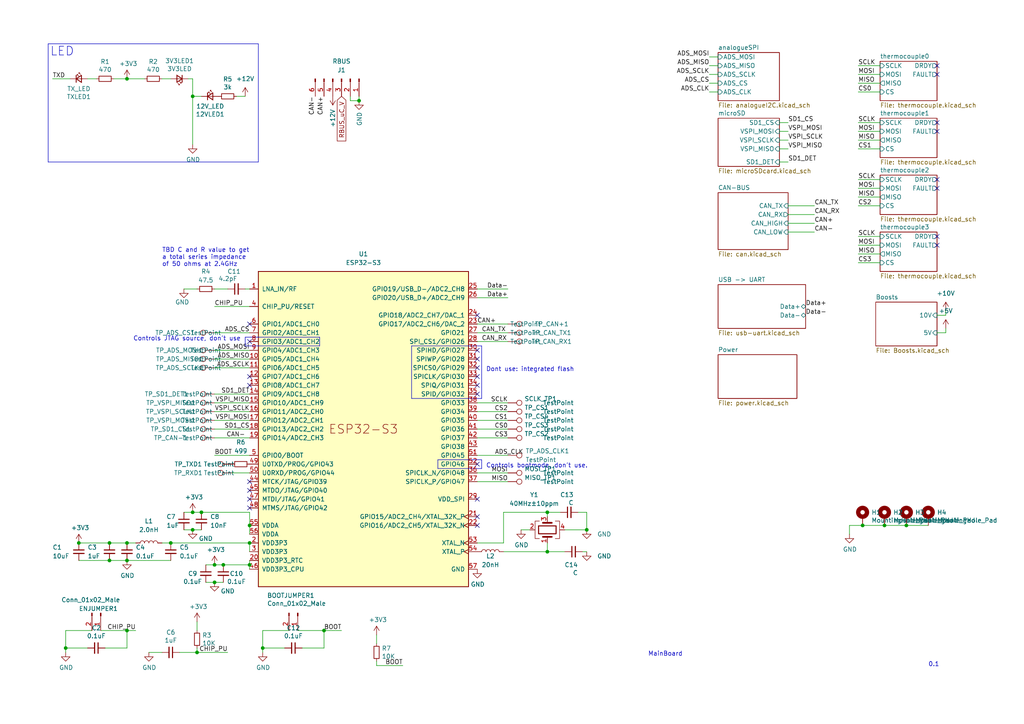
<source format=kicad_sch>
(kicad_sch (version 20230121) (generator eeschema)
  (paper "A4")
  (lib_symbols
    (symbol "Connector:Conn_01x02_Male" (pin_names (offset 1.016) hide)
      (property "Reference" "J" (at 0 2.54 0))
      (property "Value" "Conn_01x02_Male" (at 0 -5.08 0))
      (symbol "Conn_01x02_Male_1_1"
        (polyline (pts (xy 1.27 -2.54) (xy 0.8636 -2.54)) (stroke (width 0.1524)))
        (polyline (pts (xy 1.27 0) (xy 0.8636 0)) (stroke (width 0.1524)))
        (rectangle (start 0.8636 -2.413) (end 0 -2.667) (stroke (width 0.1524)) (fill (type outline)))
        (rectangle (start 0.8636 0.127) (end 0 -0.127) (stroke (width 0.1524)) (fill (type outline)))
        (pin passive line (at 5.08 0 180) (length 3.81) (name "Pin_1") (number "1"))
        (pin passive line (at 5.08 -2.54 180) (length 3.81) (name "Pin_2") (number "2"))
      )
    )
    (symbol "Connector:Conn_01x06_Male" (pin_names (offset 1.016) hide)
      (property "Reference" "J" (at 0 7.62 0))
      (property "Value" "Conn_01x06_Male" (at 0 -10.16 0))
      (symbol "Conn_01x06_Male_1_1"
        (polyline (pts (xy 1.27 -7.62) (xy 0.8636 -7.62)) (stroke (width 0.1524)))
        (polyline (pts (xy 1.27 -5.08) (xy 0.8636 -5.08)) (stroke (width 0.1524)))
        (polyline (pts (xy 1.27 -2.54) (xy 0.8636 -2.54)) (stroke (width 0.1524)))
        (polyline (pts (xy 1.27 0) (xy 0.8636 0)) (stroke (width 0.1524)))
        (polyline (pts (xy 1.27 2.54) (xy 0.8636 2.54)) (stroke (width 0.1524)))
        (polyline (pts (xy 1.27 5.08) (xy 0.8636 5.08)) (stroke (width 0.1524)))
        (rectangle (start 0.8636 -7.493) (end 0 -7.747) (stroke (width 0.1524)) (fill (type outline)))
        (rectangle (start 0.8636 -4.953) (end 0 -5.207) (stroke (width 0.1524)) (fill (type outline)))
        (rectangle (start 0.8636 -2.413) (end 0 -2.667) (stroke (width 0.1524)) (fill (type outline)))
        (rectangle (start 0.8636 0.127) (end 0 -0.127) (stroke (width 0.1524)) (fill (type outline)))
        (rectangle (start 0.8636 2.667) (end 0 2.413) (stroke (width 0.1524)) (fill (type outline)))
        (rectangle (start 0.8636 5.207) (end 0 4.953) (stroke (width 0.1524)) (fill (type outline)))
        (pin passive line (at 5.08 5.08 180) (length 3.81) (name "Pin_1") (number "1"))
        (pin passive line (at 5.08 2.54 180) (length 3.81) (name "Pin_2") (number "2"))
        (pin passive line (at 5.08 0 180) (length 3.81) (name "Pin_3") (number "3"))
        (pin passive line (at 5.08 -2.54 180) (length 3.81) (name "Pin_4") (number "4"))
        (pin passive line (at 5.08 -5.08 180) (length 3.81) (name "Pin_5") (number "5"))
        (pin passive line (at 5.08 -7.62 180) (length 3.81) (name "Pin_6") (number "6"))
      )
    )
    (symbol "Connector:TestPoint" (pin_numbers hide) (pin_names (offset 0.762) hide)
      (property "Reference" "TP" (at 0 6.858 0))
      (property "Value" "TestPoint" (at 0 5.08 0))
      (symbol "TestPoint_0_1"
        (circle (center 0 3.302) (radius 0.762))
      )
      (symbol "TestPoint_1_1"
        (pin passive line (at 0 0 90) (length 2.54) (name "1") (number "1"))
      )
    )
    (symbol "Device:C_Small" (pin_numbers hide) (pin_names (offset 0.254) hide)
      (property "Reference" "C" (at 0.254 1.778 0))
      (property "Value" "C_Small" (at 0.254 -2.032 0))
      (symbol "C_Small_0_1"
        (polyline (pts (xy -1.524 -0.508) (xy 1.524 -0.508)) (stroke (width 0.3302)))
        (polyline (pts (xy -1.524 0.508) (xy 1.524 0.508)) (stroke (width 0.3048)))
      )
      (symbol "C_Small_1_1"
        (pin passive line (at 0 2.54 270) (length 2.032) (name "~") (number "1"))
        (pin passive line (at 0 -2.54 90) (length 2.032) (name "~") (number "2"))
      )
    )
    (symbol "Device:Crystal_GND24" (pin_names (offset 1.016) hide)
      (property "Reference" "Y" (at 3.175 5.08 0))
      (property "Value" "Crystal_GND24" (at 3.175 3.175 0))
      (symbol "Crystal_GND24_0_1"
        (rectangle (start -1.143 2.54) (end 1.143 -2.54) (stroke (width 0.3048)))
        (polyline (pts (xy -2.54 0) (xy -2.032 0)))
        (polyline (pts (xy -2.032 -1.27) (xy -2.032 1.27)) (stroke (width 0.508)))
        (polyline (pts (xy 0 -3.81) (xy 0 -3.556)))
        (polyline (pts (xy 0 3.556) (xy 0 3.81)))
        (polyline (pts (xy 2.032 -1.27) (xy 2.032 1.27)) (stroke (width 0.508)))
        (polyline (pts (xy 2.032 0) (xy 2.54 0)))
        (polyline (pts (xy -2.54 -2.286) (xy -2.54 -3.556) (xy 2.54 -3.556) (xy 2.54 -2.286)))
        (polyline (pts (xy -2.54 2.286) (xy -2.54 3.556) (xy 2.54 3.556) (xy 2.54 2.286)))
      )
      (symbol "Crystal_GND24_1_1"
        (pin passive line (at -3.81 0 0) (length 1.27) (name "1") (number "1"))
        (pin passive line (at 0 5.08 270) (length 1.27) (name "2") (number "2"))
        (pin passive line (at 3.81 0 180) (length 1.27) (name "3") (number "3"))
        (pin passive line (at 0 -5.08 90) (length 1.27) (name "4") (number "4"))
      )
    )
    (symbol "Device:L" (pin_numbers hide) (pin_names (offset 1.016) hide)
      (property "Reference" "L" (at -1.27 0 90))
      (property "Value" "L" (at 1.905 0 90))
      (symbol "L_0_1"
        (arc (start 0 -2.54) (mid 0.6323 -1.905) (end 0 -1.27))
        (arc (start 0 -1.27) (mid 0.6323 -0.635) (end 0 0))
        (arc (start 0 0) (mid 0.6323 0.635) (end 0 1.27))
        (arc (start 0 1.27) (mid 0.6323 1.905) (end 0 2.54))
      )
      (symbol "L_1_1"
        (pin passive line (at 0 3.81 270) (length 1.27) (name "1") (number "1"))
        (pin passive line (at 0 -3.81 90) (length 1.27) (name "2") (number "2"))
      )
    )
    (symbol "Device:LED_Small" (pin_numbers hide) (pin_names (offset 0.254) hide)
      (property "Reference" "D" (at -1.27 3.175 0))
      (property "Value" "LED_Small" (at -4.445 -2.54 0))
      (symbol "LED_Small_0_1"
        (polyline (pts (xy -0.762 -1.016) (xy -0.762 1.016)) (stroke (width 0.254)))
        (polyline (pts (xy 1.016 0) (xy -0.762 0)))
        (polyline (pts (xy 0.762 -1.016) (xy -0.762 0) (xy 0.762 1.016) (xy 0.762 -1.016)) (stroke (width 0.254)))
        (polyline (pts (xy 0 0.762) (xy -0.508 1.27) (xy -0.254 1.27) (xy -0.508 1.27) (xy -0.508 1.016)))
        (polyline (pts (xy 0.508 1.27) (xy 0 1.778) (xy 0.254 1.778) (xy 0 1.778) (xy 0 1.524)))
      )
      (symbol "LED_Small_1_1"
        (pin passive line (at -2.54 0 0) (length 1.778) (name "K") (number "1"))
        (pin passive line (at 2.54 0 180) (length 1.778) (name "A") (number "2"))
      )
    )
    (symbol "Device:R_Small" (pin_numbers hide) (pin_names (offset 0.254) hide)
      (property "Reference" "R" (at 0.762 0.508 0))
      (property "Value" "R_Small" (at 0.762 -1.016 0))
      (symbol "R_Small_0_1"
        (rectangle (start -0.762 1.778) (end 0.762 -1.778) (stroke (width 0.2032)))
      )
      (symbol "R_Small_1_1"
        (pin passive line (at 0 2.54 270) (length 0.762) (name "~") (number "1"))
        (pin passive line (at 0 -2.54 90) (length 0.762) (name "~") (number "2"))
      )
    )
    (symbol "Espressif:ESP32-S3" (pin_names (offset 1.016))
      (property "Reference" "U" (at 0 48.26 0))
      (property "Value" "ESP32-S3" (at 0 -48.26 0))
      (symbol "ESP32-S3_0_0"
        (text "ESP32-S3" (at 0 0 0) (effects (font (size 2.54 2.54))))
        (pin bidirectional line (at 33.02 -12.7 180) (length 2.54) (name "SPICLK_N/GPIO48") (number "36"))
        (pin bidirectional line (at 33.02 -15.24 180) (length 2.54) (name "SPICLK_P/GPIO47") (number "37"))
      )
      (symbol "ESP32-S3_0_1"
        (rectangle (start -30.48 45.72) (end 30.48 -45.72) (stroke (width 0.254)) (fill (type background)))
      )
      (symbol "ESP32-S3_1_1"
        (pin bidirectional line (at -33.02 40.64 0) (length 2.54) (name "LNA_IN/RF") (number "1"))
        (pin bidirectional line (at -33.02 20.32 0) (length 2.54) (name "GPIO5/ADC1_CH4") (number "10"))
        (pin bidirectional line (at -33.02 17.78 0) (length 2.54) (name "GPIO6/ADC1_CH5") (number "11"))
        (pin bidirectional line (at -33.02 15.24 0) (length 2.54) (name "GPIO7/ADC1_CH6") (number "12"))
        (pin bidirectional line (at -33.02 12.7 0) (length 2.54) (name "GPIO8/ADC1_CH7") (number "13"))
        (pin bidirectional line (at -33.02 10.16 0) (length 2.54) (name "GPIO9/ADC1_CH8") (number "14"))
        (pin bidirectional line (at -33.02 7.62 0) (length 2.54) (name "GPIO10/ADC1_CH9") (number "15"))
        (pin bidirectional line (at -33.02 5.08 0) (length 2.54) (name "GPIO11/ADC2_CH0") (number "16"))
        (pin bidirectional line (at -33.02 2.54 0) (length 2.54) (name "GPIO12/ADC2_CH1") (number "17"))
        (pin bidirectional line (at -33.02 0 0) (length 2.54) (name "GPIO13/ADC2_CH2") (number "18"))
        (pin bidirectional line (at -33.02 -2.54 0) (length 2.54) (name "GPIO14/ADC2_CH3") (number "19"))
        (pin power_in line (at -33.02 -33.02 0) (length 2.54) (name "VDD3P3") (number "2"))
        (pin power_in line (at -33.02 -38.1 0) (length 2.54) (name "VDD3P3_RTC") (number "20"))
        (pin input clock (at 33.02 -25.4 180) (length 2.54) (name "GPIO15/ADC2_CH4/XTAL_32K_P") (number "21"))
        (pin output clock (at 33.02 -27.94 180) (length 2.54) (name "GPIO16/ADC2_CH5/XTAL_32K_N") (number "22"))
        (pin bidirectional line (at 33.02 30.48 180) (length 2.54) (name "GPIO17/ADC2_CH6/DAC_2") (number "23"))
        (pin bidirectional line (at 33.02 33.02 180) (length 2.54) (name "GPIO18/ADC2_CH7/DAC_1") (number "24"))
        (pin bidirectional line (at 33.02 40.64 180) (length 2.54) (name "GPIO19/USB_D-/ADC2_CH8") (number "25"))
        (pin bidirectional line (at 33.02 38.1 180) (length 2.54) (name "GPIO20/USB_D+/ADC2_CH9") (number "26"))
        (pin bidirectional line (at 33.02 27.94 180) (length 2.54) (name "GPIO21") (number "27"))
        (pin bidirectional line (at 33.02 25.4 180) (length 2.54) (name "SPI_CS1/GPIO26") (number "28"))
        (pin power_out line (at 33.02 -20.32 180) (length 2.54) (name "VDD_SPI") (number "29"))
        (pin power_in line (at -33.02 -35.56 0) (length 2.54) (name "VDD3P3") (number "3"))
        (pin bidirectional line (at 33.02 22.86 180) (length 2.54) (name "SPIHD/GPIO27") (number "30"))
        (pin bidirectional line (at 33.02 20.32 180) (length 2.54) (name "SPIWP/GPIO28") (number "31"))
        (pin bidirectional line (at 33.02 17.78 180) (length 2.54) (name "SPICS0/GPIO29") (number "32"))
        (pin bidirectional line (at 33.02 15.24 180) (length 2.54) (name "SPICLK/GPIO30") (number "33"))
        (pin bidirectional line (at 33.02 12.7 180) (length 2.54) (name "SPIQ/GPIO31") (number "34"))
        (pin bidirectional line (at 33.02 10.16 180) (length 2.54) (name "SPID/GPIO32") (number "35"))
        (pin bidirectional line (at 33.02 7.62 180) (length 2.54) (name "GPIO33") (number "38"))
        (pin bidirectional line (at 33.02 5.08 180) (length 2.54) (name "GPIO34") (number "39"))
        (pin input line (at -33.02 35.56 0) (length 2.54) (name "CHIP_PU/RESET") (number "4"))
        (pin bidirectional line (at 33.02 2.54 180) (length 2.54) (name "GPIO35") (number "40"))
        (pin bidirectional line (at 33.02 0 180) (length 2.54) (name "GPIO36") (number "41"))
        (pin bidirectional line (at 33.02 -2.54 180) (length 2.54) (name "GPIO37") (number "42"))
        (pin bidirectional line (at 33.02 -5.08 180) (length 2.54) (name "GPIO38") (number "43"))
        (pin bidirectional line (at -33.02 -15.24 0) (length 2.54) (name "MTCK/JTAG/GPIO39") (number "44"))
        (pin bidirectional line (at -33.02 -17.78 0) (length 2.54) (name "MTDO/JTAG/GPIO40") (number "45"))
        (pin power_in line (at -33.02 -40.64 0) (length 2.54) (name "VDD3P3_CPU") (number "46"))
        (pin bidirectional line (at -33.02 -20.32 0) (length 2.54) (name "MTDI/JTAG/GPIO41") (number "47"))
        (pin bidirectional line (at -33.02 -22.86 0) (length 2.54) (name "MTMS/JTAG/GPIO42") (number "48"))
        (pin bidirectional line (at -33.02 -10.16 0) (length 2.54) (name "U0TXD/PROG/GPIO43") (number "49"))
        (pin bidirectional line (at -33.02 -7.62 0) (length 2.54) (name "GPIO0/BOOT") (number "5"))
        (pin bidirectional line (at -33.02 -12.7 0) (length 2.54) (name "U0RXD/PROG/GPIO44") (number "50"))
        (pin bidirectional line (at 33.02 -7.62 180) (length 2.54) (name "GPIO45") (number "51"))
        (pin bidirectional line (at 33.02 -10.16 180) (length 2.54) (name "GPIO46") (number "52"))
        (pin input clock (at 33.02 -33.02 180) (length 2.54) (name "XTAL_N") (number "53"))
        (pin output clock (at 33.02 -35.56 180) (length 2.54) (name "XTAL_P") (number "54"))
        (pin power_in line (at -33.02 -27.94 0) (length 2.54) (name "VDDA") (number "55"))
        (pin power_in line (at -33.02 -30.48 0) (length 2.54) (name "VDDA") (number "56"))
        (pin power_in line (at 33.02 -40.64 180) (length 2.54) (name "GND") (number "57"))
        (pin bidirectional line (at -33.02 30.48 0) (length 2.54) (name "GPIO1/ADC1_CH0") (number "6"))
        (pin bidirectional line (at -33.02 27.94 0) (length 2.54) (name "GPIO2/ADC1_CH1") (number "7"))
        (pin bidirectional line (at -33.02 25.4 0) (length 2.54) (name "GPIO3/ADC1_CH2") (number "8"))
        (pin bidirectional line (at -33.02 22.86 0) (length 2.54) (name "GPIO4/ADC1_CH3") (number "9"))
      )
    )
    (symbol "Mechanical:MountingHole_Pad" (pin_numbers hide) (pin_names (offset 1.016) hide)
      (property "Reference" "H" (at 0 6.35 0))
      (property "Value" "MountingHole_Pad" (at 0 4.445 0))
      (symbol "MountingHole_Pad_0_1"
        (circle (center 0 1.27) (radius 1.27) (stroke (width 1.27)))
      )
      (symbol "MountingHole_Pad_1_1"
        (pin input line (at 0 -2.54 90) (length 2.54) (name "1") (number "1"))
      )
    )
    (symbol "power:+10V" (power) (pin_names (offset 0))
      (property "Value" "+10V" (at 0 3.556 0))
      (symbol "+10V_0_1"
        (polyline (pts (xy -0.762 1.27) (xy 0 2.54)))
        (polyline (pts (xy 0 0) (xy 0 2.54)))
        (polyline (pts (xy 0 2.54) (xy 0.762 1.27)))
      )
      (symbol "+10V_1_1"
        (pin power_in line (at 0 0 90) (length 0) hide (name "+10V") (number "1"))
      )
    )
    (symbol "power:+12V" (power) (pin_names (offset 0))
      (property "Value" "+12V" (at 0 3.556 0))
      (symbol "+12V_0_1"
        (polyline (pts (xy -0.762 1.27) (xy 0 2.54)))
        (polyline (pts (xy 0 0) (xy 0 2.54)))
        (polyline (pts (xy 0 2.54) (xy 0.762 1.27)))
      )
      (symbol "+12V_1_1"
        (pin power_in line (at 0 0 90) (length 0) hide (name "+12V") (number "1"))
      )
    )
    (symbol "power:+3.3V" (power) (pin_names (offset 0))
      (property "Value" "+3.3V" (at 0 3.556 0))
      (symbol "+3.3V_0_1"
        (polyline (pts (xy -0.762 1.27) (xy 0 2.54)))
        (polyline (pts (xy 0 0) (xy 0 2.54)))
        (polyline (pts (xy 0 2.54) (xy 0.762 1.27)))
      )
      (symbol "+3.3V_1_1"
        (pin power_in line (at 0 0 90) (length 0) hide (name "+3V3") (number "1"))
      )
    )
    (symbol "power:+5V" (power) (pin_names (offset 0))
      (property "Value" "+5V" (at 0 3.556 0))
      (symbol "+5V_0_1"
        (polyline (pts (xy -0.762 1.27) (xy 0 2.54)))
        (polyline (pts (xy 0 0) (xy 0 2.54)))
        (polyline (pts (xy 0 2.54) (xy 0.762 1.27)))
      )
      (symbol "+5V_1_1"
        (pin power_in line (at 0 0 90) (length 0) hide (name "+5V") (number "1"))
      )
    )
    (symbol "power:GND" (power) (pin_names (offset 0))
      (property "Value" "GND" (at 0 -3.81 0))
      (symbol "GND_0_1"
        (polyline (pts (xy 0 0) (xy 0 -1.27) (xy 1.27 -1.27) (xy 0 -2.54) (xy -1.27 -1.27) (xy 0 -1.27)))
      )
      (symbol "GND_1_1"
        (pin power_in line (at 0 0 270) (length 0) hide (name "GND") (number "1"))
      )
    )
  )
  (junction (at 55.88 148.59))
  (junction (at 36.83 157.48))
  (junction (at 76.2 187.96))
  (junction (at 158.75 160.02))
  (junction (at 250.19 152.4))
  (junction (at 170.18 153.67))
  (junction (at 64.77 163.83))
  (junction (at 19.05 187.96))
  (junction (at 72.39 163.83))
  (junction (at 104.14 29.21))
  (junction (at 31.75 157.48))
  (junction (at 22.86 157.48))
  (junction (at 58.42 148.59))
  (junction (at 36.83 182.88))
  (junction (at 31.75 162.56))
  (junction (at 55.88 153.67))
  (junction (at 158.75 148.59))
  (junction (at 36.83 22.86))
  (junction (at 57.15 189.23))
  (junction (at 72.39 152.4))
  (junction (at 62.23 168.91))
  (junction (at 49.53 157.48))
  (junction (at 62.23 163.83))
  (junction (at 55.88 27.94))
  (junction (at 262.89 152.4))
  (junction (at 72.39 157.48))
  (junction (at 36.83 162.56))
  (junction (at 93.98 182.88))
  (junction (at 256.54 152.4))
  (no_connect (at 271.78 21.59))
  (no_connect (at 138.43 144.78))
  (no_connect (at 271.78 54.61))
  (no_connect (at 138.43 111.76))
  (no_connect (at 138.43 104.14))
  (no_connect (at 138.43 106.68))
  (no_connect (at 138.43 109.22))
  (no_connect (at 271.78 38.1))
  (no_connect (at 72.39 111.76))
  (no_connect (at 72.39 93.98))
  (no_connect (at 72.39 109.22))
  (no_connect (at 271.78 68.58))
  (no_connect (at 72.39 99.06))
  (no_connect (at 138.43 114.3))
  (no_connect (at 72.39 142.24))
  (no_connect (at 271.78 19.05))
  (no_connect (at 138.43 91.44))
  (no_connect (at 72.39 147.32))
  (no_connect (at 72.39 144.78))
  (no_connect (at 138.43 152.4))
  (no_connect (at 138.43 149.86))
  (no_connect (at 271.78 71.12))
  (no_connect (at 271.78 52.07))
  (no_connect (at 138.43 101.6))
  (no_connect (at 138.43 134.62))
  (no_connect (at 271.78 35.56))
  (no_connect (at 72.39 139.7))
  (wire (pts (xy 52.07 189.23) (xy 57.15 189.23)))
  (wire (pts (xy 104.14 27.94) (xy 104.14 29.21)))
  (wire (pts (xy 72.39 163.83) (xy 72.39 162.56)))
  (wire (pts (xy 147.32 139.7) (xy 138.43 139.7)))
  (wire (pts (xy 62.23 163.83) (xy 64.77 163.83)))
  (wire (pts (xy 58.42 27.94) (xy 55.88 27.94)))
  (wire (pts (xy 255.27 57.15) (xy 248.92 57.15)))
  (wire (pts (xy 62.23 119.38) (xy 72.39 119.38)))
  (wire (pts (xy 87.63 187.96) (xy 93.98 187.96)))
  (wire (pts (xy 246.38 152.4) (xy 246.38 154.94)))
  (wire (pts (xy 151.13 153.67) (xy 153.67 153.67)))
  (wire (pts (xy 31.75 157.48) (xy 36.83 157.48)))
  (wire (pts (xy 248.92 26.67) (xy 255.27 26.67)))
  (wire (pts (xy 36.83 187.96) (xy 36.83 182.88)))
  (wire (pts (xy 138.43 86.36) (xy 147.32 86.36)))
  (wire (pts (xy 255.27 24.13) (xy 248.92 24.13)))
  (wire (pts (xy 138.43 99.06) (xy 147.32 99.06)))
  (wire (pts (xy 57.15 189.23) (xy 66.04 189.23)))
  (wire (pts (xy 22.86 157.48) (xy 31.75 157.48)))
  (wire (pts (xy 71.12 27.94) (xy 68.58 27.94)))
  (polyline (pts (xy 92.71 100.33) (xy 71.12 100.33)))
  (wire (pts (xy 62.23 124.46) (xy 72.39 124.46)))
  (polyline (pts (xy 139.7 135.89) (xy 127 135.89)))
  (wire (pts (xy 19.05 182.88) (xy 26.67 182.88)))
  (wire (pts (xy 158.75 157.48) (xy 158.75 160.02)))
  (wire (pts (xy 62.23 96.52) (xy 72.39 96.52)))
  (wire (pts (xy 248.92 43.18) (xy 255.27 43.18)))
  (wire (pts (xy 93.98 187.96) (xy 93.98 182.88)))
  (polyline (pts (xy 127 133.35) (xy 127 135.89)))
  (wire (pts (xy 226.06 35.56) (xy 228.6 35.56)))
  (wire (pts (xy 228.6 64.77) (xy 236.22 64.77)))
  (polyline (pts (xy 13.97 12.7) (xy 74.93 12.7)))
  (wire (pts (xy 138.43 116.84) (xy 147.32 116.84)))
  (wire (pts (xy 228.6 59.69) (xy 236.22 59.69)))
  (wire (pts (xy 72.39 152.4) (xy 72.39 154.94)))
  (wire (pts (xy 57.15 189.23) (xy 57.15 187.96)))
  (wire (pts (xy 62.23 101.6) (xy 72.39 101.6)))
  (wire (pts (xy 138.43 157.48) (xy 146.05 157.48)))
  (wire (pts (xy 36.83 22.86) (xy 41.91 22.86)))
  (wire (pts (xy 55.88 22.86) (xy 54.61 22.86)))
  (wire (pts (xy 19.05 187.96) (xy 19.05 189.23)))
  (wire (pts (xy 271.78 96.52) (xy 274.32 96.52)))
  (wire (pts (xy 271.78 91.44) (xy 274.32 91.44)))
  (wire (pts (xy 62.23 114.3) (xy 72.39 114.3)))
  (wire (pts (xy 76.2 187.96) (xy 76.2 189.23)))
  (wire (pts (xy 109.22 193.04) (xy 109.22 191.77)))
  (wire (pts (xy 205.74 26.67) (xy 208.28 26.67)))
  (polyline (pts (xy 71.12 97.79) (xy 71.12 100.33)))
  (wire (pts (xy 228.6 67.31) (xy 236.22 67.31)))
  (wire (pts (xy 57.15 180.34) (xy 57.15 182.88)))
  (polyline (pts (xy 13.97 46.99) (xy 74.93 46.99)))
  (wire (pts (xy 226.06 46.99) (xy 228.6 46.99)))
  (wire (pts (xy 64.77 163.83) (xy 72.39 163.83)))
  (wire (pts (xy 82.55 187.96) (xy 76.2 187.96)))
  (wire (pts (xy 25.4 22.86) (xy 27.94 22.86)))
  (wire (pts (xy 248.92 38.1) (xy 255.27 38.1)))
  (wire (pts (xy 138.43 132.08) (xy 147.32 132.08)))
  (wire (pts (xy 248.92 68.58) (xy 255.27 68.58)))
  (wire (pts (xy 53.34 148.59) (xy 55.88 148.59)))
  (wire (pts (xy 226.06 40.64) (xy 228.6 40.64)))
  (wire (pts (xy 22.86 162.56) (xy 31.75 162.56)))
  (wire (pts (xy 36.83 157.48) (xy 39.37 157.48)))
  (wire (pts (xy 248.92 35.56) (xy 255.27 35.56)))
  (wire (pts (xy 29.21 182.88) (xy 36.83 182.88)))
  (wire (pts (xy 53.34 153.67) (xy 55.88 153.67)))
  (polyline (pts (xy 92.71 97.79) (xy 92.71 100.33)))
  (wire (pts (xy 248.92 76.2) (xy 255.27 76.2)))
  (wire (pts (xy 36.83 162.56) (xy 49.53 162.56)))
  (wire (pts (xy 36.83 182.88) (xy 39.37 182.88)))
  (wire (pts (xy 170.18 148.59) (xy 170.18 153.67)))
  (wire (pts (xy 62.23 121.92) (xy 72.39 121.92)))
  (polyline (pts (xy 13.97 12.7) (xy 13.97 46.99)))
  (wire (pts (xy 228.6 62.23) (xy 236.22 62.23)))
  (wire (pts (xy 147.32 119.38) (xy 138.43 119.38)))
  (wire (pts (xy 109.22 184.15) (xy 109.22 186.69)))
  (wire (pts (xy 101.6 29.21) (xy 104.14 29.21)))
  (wire (pts (xy 226.06 43.18) (xy 228.6 43.18)))
  (wire (pts (xy 59.69 168.91) (xy 62.23 168.91)))
  (wire (pts (xy 76.2 182.88) (xy 83.82 182.88)))
  (wire (pts (xy 25.4 187.96) (xy 19.05 187.96)))
  (wire (pts (xy 248.92 54.61) (xy 255.27 54.61)))
  (wire (pts (xy 46.99 157.48) (xy 49.53 157.48)))
  (wire (pts (xy 262.89 152.4) (xy 269.24 152.4)))
  (wire (pts (xy 67.31 137.16) (xy 72.39 137.16)))
  (wire (pts (xy 248.92 59.69) (xy 255.27 59.69)))
  (wire (pts (xy 147.32 124.46) (xy 138.43 124.46)))
  (wire (pts (xy 15.24 22.86) (xy 20.32 22.86)))
  (wire (pts (xy 62.23 116.84) (xy 72.39 116.84)))
  (wire (pts (xy 250.19 152.4) (xy 256.54 152.4)))
  (wire (pts (xy 101.6 27.94) (xy 101.6 29.21)))
  (wire (pts (xy 43.18 189.23) (xy 46.99 189.23)))
  (wire (pts (xy 55.88 148.59) (xy 58.42 148.59)))
  (wire (pts (xy 147.32 127) (xy 138.43 127)))
  (wire (pts (xy 72.39 163.83) (xy 72.39 165.1)))
  (polyline (pts (xy 74.93 46.99) (xy 74.93 12.7)))
  (wire (pts (xy 55.88 27.94) (xy 55.88 41.91)))
  (wire (pts (xy 19.05 182.88) (xy 19.05 187.96)))
  (wire (pts (xy 248.92 19.05) (xy 255.27 19.05)))
  (wire (pts (xy 158.75 148.59) (xy 158.75 149.86)))
  (wire (pts (xy 62.23 104.14) (xy 72.39 104.14)))
  (wire (pts (xy 55.88 153.67) (xy 58.42 153.67)))
  (polyline (pts (xy 127 133.35) (xy 139.7 133.35)))
  (polyline (pts (xy 139.7 100.33) (xy 139.7 115.57)))
  (wire (pts (xy 62.23 132.08) (xy 72.39 132.08)))
  (wire (pts (xy 30.48 187.96) (xy 36.83 187.96)))
  (wire (pts (xy 163.83 160.02) (xy 158.75 160.02)))
  (wire (pts (xy 248.92 71.12) (xy 255.27 71.12)))
  (wire (pts (xy 62.23 168.91) (xy 64.77 168.91)))
  (wire (pts (xy 46.99 22.86) (xy 49.53 22.86)))
  (wire (pts (xy 274.32 90.17) (xy 274.32 91.44)))
  (wire (pts (xy 138.43 83.82) (xy 147.32 83.82)))
  (wire (pts (xy 146.05 157.48) (xy 146.05 148.59)))
  (wire (pts (xy 58.42 148.59) (xy 72.39 148.59)))
  (wire (pts (xy 146.05 160.02) (xy 158.75 160.02)))
  (wire (pts (xy 72.39 157.48) (xy 72.39 160.02)))
  (polyline (pts (xy 139.7 133.35) (xy 139.7 135.89)))
  (wire (pts (xy 147.32 137.16) (xy 138.43 137.16)))
  (polyline (pts (xy 71.12 97.79) (xy 92.71 97.79)))
  (wire (pts (xy 248.92 52.07) (xy 255.27 52.07)))
  (wire (pts (xy 76.2 182.88) (xy 76.2 187.96)))
  (wire (pts (xy 163.83 153.67) (xy 170.18 153.67)))
  (wire (pts (xy 72.39 148.59) (xy 72.39 152.4)))
  (polyline (pts (xy 119.38 100.33) (xy 119.38 115.57)))
  (wire (pts (xy 226.06 38.1) (xy 228.6 38.1)))
  (wire (pts (xy 255.27 40.64) (xy 248.92 40.64)))
  (wire (pts (xy 205.74 16.51) (xy 208.28 16.51)))
  (polyline (pts (xy 119.38 100.33) (xy 139.7 100.33)))
  (polyline (pts (xy 139.7 115.57) (xy 119.38 115.57)))
  (wire (pts (xy 62.23 127) (xy 72.39 127)))
  (wire (pts (xy 162.56 148.59) (xy 158.75 148.59)))
  (wire (pts (xy 49.53 157.48) (xy 72.39 157.48)))
  (wire (pts (xy 256.54 152.4) (xy 262.89 152.4)))
  (wire (pts (xy 250.19 152.4) (xy 246.38 152.4)))
  (wire (pts (xy 138.43 93.98) (xy 147.32 93.98)))
  (wire (pts (xy 99.06 182.88) (xy 93.98 182.88)))
  (wire (pts (xy 170.18 160.02) (xy 168.91 160.02)))
  (wire (pts (xy 205.74 19.05) (xy 208.28 19.05)))
  (wire (pts (xy 62.23 83.82) (xy 66.04 83.82)))
  (wire (pts (xy 146.05 148.59) (xy 158.75 148.59)))
  (wire (pts (xy 31.75 162.56) (xy 36.83 162.56)))
  (wire (pts (xy 170.18 148.59) (xy 167.64 148.59)))
  (wire (pts (xy 71.12 83.82) (xy 72.39 83.82)))
  (wire (pts (xy 116.84 193.04) (xy 109.22 193.04)))
  (wire (pts (xy 147.32 121.92) (xy 138.43 121.92)))
  (wire (pts (xy 205.74 24.13) (xy 208.28 24.13)))
  (wire (pts (xy 205.74 21.59) (xy 208.28 21.59)))
  (wire (pts (xy 62.23 106.68) (xy 72.39 106.68)))
  (wire (pts (xy 55.88 22.86) (xy 55.88 27.94)))
  (wire (pts (xy 86.36 182.88) (xy 93.98 182.88)))
  (wire (pts (xy 59.69 163.83) (xy 62.23 163.83)))
  (wire (pts (xy 138.43 96.52) (xy 147.32 96.52)))
  (wire (pts (xy 53.34 83.82) (xy 57.15 83.82)))
  (wire (pts (xy 33.02 22.86) (xy 36.83 22.86)))
  (wire (pts (xy 274.32 95.25) (xy 274.32 96.52)))
  (wire (pts (xy 255.27 73.66) (xy 248.92 73.66)))
  (wire (pts (xy 248.92 21.59) (xy 255.27 21.59)))
  (wire (pts (xy 62.23 88.9) (xy 72.39 88.9)))
  (text "LED" (at 21.59 16.51 0) (effects (font (size 2.54 2.54)) (justify right bottom)))
  (text "Dont use: integrated flash\n" (at 140.97 107.95 0) (effects (font (size 1.27 1.27)) (justify left bottom)))
  (text "TBD C and R value to get\na total series impedance\nof 50 ohms at 2.4GHz\n" (at 46.99 77.47 0) (effects (font (size 1.27 1.27)) (justify left bottom)))
  (text "MainBoard\n" (at 187.96 190.5 0) (effects (font (size 1.27 1.27)) (justify left bottom)))
  (text "0.1\n\n" (at 269.24 195.58 0) (effects (font (size 1.27 1.27)) (justify left bottom)))
  (text "Controls JTAG source, don't use\n" (at 69.85 99.06 0) (effects (font (size 1.27 1.27)) (justify right bottom)))
  (text "Controls bootmode, don't use.\n" (at 140.97 135.89 0) (effects (font (size 1.27 1.27)) (justify left bottom)))
  (label "SCLK" (at 147.32 116.84 180))
  (label "ADS_CS" (at 72.39 96.52 180))
  (label "CAN-" (at 71.12 127 180))
  (label "VSPI_SCLK" (at 72.39 119.38 180))
  (label "VSPI_MISO" (at 228.6 43.18 0))
  (label "VSPI_MOSI" (at 72.39 121.92 180))
  (label "ADS_MOSI" (at 72.39 101.6 180))
  (label "MISO" (at 248.92 57.15 0))
  (label "SCLK" (at 248.92 68.58 0))
  (label "CS0" (at 248.92 26.67 0))
  (label "SD1_DET" (at 228.6 46.99 0))
  (label "VSPI_MOSI" (at 228.6 38.1 0))
  (label "CHIP_PU" (at 62.23 88.9 0))
  (label "Data-" (at 233.68 91.44 0))
  (label "CAN_RX" (at 139.7 99.06 0))
  (label "CS1" (at 248.92 43.18 0))
  (label "Data+" (at 147.32 86.36 180))
  (label "CS2" (at 147.32 119.38 180))
  (label "ADS_SCLK" (at 205.74 21.59 180))
  (label "ADS_MISO" (at 72.39 104.14 180))
  (label "ADS_MOSI" (at 205.74 16.51 180))
  (label "CHIP_PU" (at 66.04 189.23 180))
  (label "BOOT" (at 116.84 193.04 180))
  (label "CAN+" (at 138.43 93.98 0))
  (label "MOSI" (at 147.32 137.16 180))
  (label "MOSI" (at 248.92 71.12 0))
  (label "MISO" (at 248.92 40.64 0))
  (label "Data+" (at 233.68 88.9 0))
  (label "VSPI_MISO" (at 72.39 116.84 180))
  (label "CS1" (at 147.32 121.92 180))
  (label "VSPI_SCLK" (at 228.6 40.64 0))
  (label "CAN-" (at 91.44 27.94 270))
  (label "MOSI" (at 248.92 21.59 0))
  (label "BOOT" (at 99.06 182.88 180))
  (label "MOSI" (at 248.92 54.61 0))
  (label "CAN+" (at 93.98 27.94 270))
  (label "SD1_CS" (at 72.39 124.46 180))
  (label "MISO" (at 248.92 73.66 0))
  (label "BOOT" (at 62.23 132.08 0))
  (label "ADS_CS" (at 205.74 24.13 180))
  (label "Data-" (at 147.32 83.82 180))
  (label "SD1_CS" (at 228.6 35.56 0))
  (label "CS0" (at 147.32 124.46 180))
  (label "ADS_CLK" (at 143.51 132.08 0))
  (label "ADS_SCLK" (at 72.39 106.68 180))
  (label "CAN_TX" (at 139.7 96.52 0))
  (label "CHIP_PU" (at 39.37 182.88 180))
  (label "MISO" (at 248.92 24.13 0))
  (label "CAN_TX" (at 236.22 59.69 0))
  (label "TXD" (at 15.24 22.86 0))
  (label "SCLK" (at 248.92 52.07 0))
  (label "CS3" (at 248.92 76.2 0))
  (label "SD1_DET" (at 72.39 114.3 180))
  (label "CS2" (at 248.92 59.69 0))
  (label "MISO" (at 147.32 139.7 180))
  (label "SCLK" (at 248.92 19.05 0))
  (label "ADS_MISO" (at 205.74 19.05 180))
  (label "CAN_RX" (at 236.22 62.23 0))
  (label "ADS_CLK" (at 205.74 26.67 180))
  (label "CS3" (at 147.32 127 180))
  (label "MOSI" (at 248.92 38.1 0))
  (label "SCLK" (at 248.92 35.56 0))
  (label "CAN-" (at 236.22 67.31 0))
  (label "CAN+" (at 236.22 64.77 0))
  (global_label "RBUS_uC_V" (shape input) (at 99.06 27.94 270) (property "Intersheetrefs" "${INTERSHEET_REFS}" (effects hide)))
  (symbol (lib_id "Connector:TestPoint") (at 147.32 121.92 270) (unit 1)
    (property "Reference" "TP_CS4" (at 152.0952 120.7516 90) (effects (justify left)))
    (property "Value" "TestPoint" (at 157.48 121.92 90) (effects (justify left)))
    (property "Footprint" "TestPoint:TestPoint_Pad_D1.0mm" (effects hide))
  )
  (symbol (lib_id "Connector:TestPoint") (at 147.32 119.38 270) (unit 1)
    (property "Reference" "TP_CS1" (at 152.0952 118.2116 90) (effects (justify left)))
    (property "Value" "TestPoint" (at 157.48 119.38 90) (effects (justify left)))
    (property "Footprint" "TestPoint:TestPoint_Pad_D1.0mm" (effects hide))
  )
  (symbol (lib_id "Connector:TestPoint") (at 147.32 127 270) (unit 1)
    (property "Reference" "TP_CS2" (at 152.0952 125.8316 90) (effects (justify left)))
    (property "Value" "TestPoint" (at 157.48 127 90) (effects (justify left)))
    (property "Footprint" "TestPoint:TestPoint_Pad_D1.0mm" (effects hide))
  )
  (symbol (lib_id "power:GND") (at 246.38 154.94 0) (unit 1)
    (property "Reference" "#PWR024" (effects hide))
    (property "Value" "GND" (at 246.507 159.3342 0))
  )
  (symbol (lib_id "Device:C_Small") (at 85.09 187.96 270) (unit 1)
    (property "Reference" "C12" (at 85.09 182.1434 90))
    (property "Value" "0.1uF" (at 85.09 184.4548 90))
    (property "Footprint" "Capacitor_SMD:C_0402_1005Metric" (effects hide))
  )
  (symbol (lib_id "power:GND") (at 151.13 153.67 0) (unit 1)
    (property "Reference" "#PWR019" (effects hide))
    (property "Value" "GND" (at 151.257 158.0642 0))
  )
  (symbol (lib_id "Mechanical:MountingHole_Pad") (at 269.24 149.86 0) (unit 1)
    (property "Reference" "H4" (at 271.78 148.6154 0) (effects (justify left)))
    (property "Value" "MountingHole_Pad" (at 271.78 150.9268 0) (effects (justify left)))
    (property "Footprint" "MountingHole:MountingHole_3.2mm_M3_DIN965_Pad" (effects hide))
  )
  (symbol (lib_id "Device:R_Small") (at 109.22 189.23 0) (unit 1)
    (property "Reference" "R7" (at 110.7186 188.0616 0) (effects (justify left)))
    (property "Value" "10K" (at 110.7186 190.373 0) (effects (justify left)))
    (property "Footprint" "Resistor_SMD:R_0402_1005Metric" (effects hide))
  )
  (symbol (lib_id "Connector:TestPoint") (at 147.32 116.84 270) (unit 1)
    (property "Reference" "SCLK_TP1" (at 152.0952 115.6716 90) (effects (justify left)))
    (property "Value" "TestPoint" (at 157.48 116.84 90) (effects (justify left)))
    (property "Footprint" "TestPoint:TestPoint_Pad_D1.0mm" (effects hide))
  )
  (symbol (lib_id "Device:C_Small") (at 36.83 160.02 0) (unit 1)
    (property "Reference" "C4" (at 39.37 158.7562 0) (effects (justify left)))
    (property "Value" "0.1uF" (at 39.37 161.2962 0) (effects (justify left)))
    (property "Footprint" "Capacitor_SMD:C_0402_1005Metric" (effects hide))
  )
  (symbol (lib_id "Connector:Conn_01x06_Male") (at 99.06 22.86 270) (unit 1)
    (property "Reference" "J1" (at 99.06 20.32 90))
    (property "Value" "RBUS" (at 99.06 17.78 90))
    (property "Footprint" "Connector_Molex:Molex_Mini-Fit_Jr_5566-06A_2x03_P4.20mm_Vertical" (effects hide))
  )
  (symbol (lib_id "power:GND") (at 55.88 153.67 0) (unit 1)
    (property "Reference" "#PWR09" (effects hide))
    (property "Value" "GND" (at 59.69 156.21 0))
  )
  (symbol (lib_id "Connector:TestPoint") (at 147.32 93.98 270) (unit 1)
    (property "Reference" "TP_CAN+1" (at 160.02 93.98 90))
    (property "Value" "TestPoint" (at 152.4 93.98 90))
    (property "Footprint" "TestPoint:TestPoint_Pad_D1.0mm" (effects hide))
  )
  (symbol (lib_id "power:GND") (at 53.34 83.82 0) (unit 1)
    (property "Reference" "#PWR06" (effects hide))
    (property "Value" "GND" (at 50.8 87.63 0) (effects (justify left)))
  )
  (symbol (lib_id "power:GND") (at 138.43 165.1 0) (unit 1)
    (property "Reference" "#PWR018" (effects hide))
    (property "Value" "GND" (at 138.557 169.4942 0))
  )
  (symbol (lib_id "Device:R_Small") (at 66.04 27.94 270) (unit 1)
    (property "Reference" "R5" (at 66.04 22.9616 90))
    (property "Value" "3k" (at 66.04 25.273 90))
    (property "Footprint" "Resistor_SMD:R_0402_1005Metric" (effects hide))
  )
  (symbol (lib_id "Device:LED_Small") (at 52.07 22.86 180) (unit 1)
    (property "Reference" "3V3LED1" (at 52.07 17.653 0))
    (property "Value" "3V3LED" (at 52.07 19.9644 0))
    (property "Footprint" "LED_SMD:LED_0603_1608Metric" (effects hide))
  )
  (symbol (lib_id "Device:L") (at 142.24 160.02 90) (unit 1)
    (property "Reference" "L2" (at 142.24 161.29 90))
    (property "Value" "20nH" (at 142.24 163.83 90))
    (property "Footprint" "Inductor_SMD:L_0402_1005Metric" (effects hide))
  )
  (symbol (lib_id "power:+3.3V") (at 55.88 148.59 0) (unit 1)
    (property "Reference" "#PWR08" (effects hide))
    (property "Value" "+3.3V" (at 56.261 144.1958 0))
  )
  (symbol (lib_id "Connector:TestPoint") (at 62.23 127 90) (unit 1)
    (property "Reference" "TP_CAN-1" (at 49.53 127 90))
    (property "Value" "TestPoint" (at 57.15 127 90))
    (property "Footprint" "TestPoint:TestPoint_Pad_D1.0mm" (effects hide))
  )
  (symbol (lib_id "Device:R_Small") (at 30.48 22.86 270) (unit 1)
    (property "Reference" "R1" (at 30.48 17.8816 90))
    (property "Value" "470" (at 30.48 20.193 90))
    (property "Footprint" "Resistor_SMD:R_0603_1608Metric" (effects hide))
  )
  (symbol (lib_id "power:GND") (at 19.05 189.23 0) (unit 1)
    (property "Reference" "#PWR01" (effects hide))
    (property "Value" "GND" (at 19.177 193.6242 0))
  )
  (symbol (lib_id "Device:C_Small") (at 165.1 148.59 90) (unit 1)
    (property "Reference" "C13" (at 166.37 143.51 90) (effects (justify left)))
    (property "Value" "C" (at 166.37 145.8214 90) (effects (justify left)))
    (property "Footprint" "Capacitor_SMD:C_0603_1608Metric" (effects hide))
  )
  (symbol (lib_id "Connector:TestPoint") (at 67.31 134.62 90) (unit 1)
    (property "Reference" "TP_TXD1" (at 54.61 134.62 90))
    (property "Value" "TestPoint" (at 63.5 134.62 90))
    (property "Footprint" "TestPoint:TestPoint_Pad_D1.0mm" (effects hide))
  )
  (symbol (lib_id "power:GND") (at 170.18 153.67 0) (unit 1)
    (property "Reference" "#PWR020" (effects hide))
    (property "Value" "GND" (at 175.26 154.94 0))
  )
  (symbol (lib_id "Device:L") (at 43.18 157.48 90) (unit 1)
    (property "Reference" "L1" (at 43.18 151.13 90))
    (property "Value" "2.0nH" (at 43.18 153.67 90))
    (property "Footprint" "Inductor_SMD:L_0402_1005Metric" (effects hide))
  )
  (symbol (lib_id "Device:LED_Small") (at 60.96 27.94 0) (unit 1)
    (property "Reference" "12VLED1" (at 60.96 33.147 0))
    (property "Value" "12V_LED" (at 60.96 30.8356 0))
    (property "Footprint" "LED_SMD:LED_0603_1608Metric" (effects hide))
  )
  (symbol (lib_id "Connector:TestPoint") (at 62.23 96.52 90) (unit 1)
    (property "Reference" "TP_ADS_CS1" (at 50.8 96.52 90))
    (property "Value" "TestPoint" (at 59.69 96.52 90))
    (property "Footprint" "TestPoint:TestPoint_Pad_D1.0mm" (effects hide))
  )
  (symbol (lib_id "power:+3.3V") (at 36.83 22.86 0) (unit 1)
    (property "Reference" "#PWR03" (effects hide))
    (property "Value" "+3.3V" (at 37.211 18.4658 0))
  )
  (symbol (lib_id "Espressif:ESP32-S3") (at 105.41 124.46 0) (unit 1)
    (property "Reference" "U1" (at 105.41 73.66 0))
    (property "Value" "ESP32-S3" (at 105.41 76.2 0))
    (property "Footprint" "Package_DFN_QFN:QFN-56-1EP_7x7mm_P0.4mm_EP5.6x5.6mm" (effects hide))
    (property "Datasheet" "https://www.espressif.com/sites/default/files/documentation/esp32-s3_datasheet_en.pdf" (effects hide))
  )
  (symbol (lib_id "Connector:Conn_01x02_Male") (at 29.21 177.8 270) (unit 1)
    (property "Reference" "ENJUMPER1" (at 22.86 176.53 90) (effects (justify left)))
    (property "Value" "Conn_01x02_Male" (at 17.78 173.99 90) (effects (justify left)))
    (property "Footprint" "Connector_PinHeader_2.54mm:PinHeader_1x02_P2.54mm_Vertical" (effects hide))
  )
  (symbol (lib_id "Mechanical:MountingHole_Pad") (at 262.89 149.86 0) (unit 1)
    (property "Reference" "H3" (at 265.43 148.6154 0) (effects (justify left)))
    (property "Value" "MountingHole_Pad" (at 265.43 150.9268 0) (effects (justify left)))
    (property "Footprint" "MountingHole:MountingHole_3.2mm_M3_DIN965_Pad" (effects hide))
  )
  (symbol (lib_id "Device:C_Small") (at 53.34 151.13 0) (unit 1)
    (property "Reference" "C7" (at 48.26 149.86 0) (effects (justify left)))
    (property "Value" "1uF" (at 48.26 152.4 0) (effects (justify left)))
    (property "Footprint" "Capacitor_SMD:C_0402_1005Metric" (effects hide))
  )
  (symbol (lib_id "Device:C_Small") (at 58.42 151.13 0) (unit 1)
    (property "Reference" "C8" (at 60.96 149.8662 0) (effects (justify left)))
    (property "Value" "10nF" (at 60.96 152.4062 0) (effects (justify left)))
    (property "Footprint" "Capacitor_SMD:C_0402_1005Metric" (effects hide))
  )
  (symbol (lib_id "power:+3.3V") (at 57.15 180.34 0) (unit 1)
    (property "Reference" "#PWR010" (effects hide))
    (property "Value" "+3.3V" (at 57.531 175.9458 0))
  )
  (symbol (lib_id "Connector:TestPoint") (at 147.32 99.06 270) (unit 1)
    (property "Reference" "TP_CAN_RX1" (at 160.02 99.06 90))
    (property "Value" "TestPoint" (at 152.4 99.06 90))
    (property "Footprint" "TestPoint:TestPoint_Pad_D1.0mm" (effects hide))
  )
  (symbol (lib_id "Connector:TestPoint") (at 62.23 106.68 90) (unit 1)
    (property "Reference" "TP_ADS_SCLK1" (at 52.07 106.68 90))
    (property "Value" "TestPoint" (at 59.69 106.68 90))
    (property "Footprint" "TestPoint:TestPoint_Pad_D1.0mm" (effects hide))
  )
  (symbol (lib_id "Connector:TestPoint") (at 62.23 119.38 90) (unit 1)
    (property "Reference" "TP_VSPI_SCLK1" (at 49.53 119.38 90))
    (property "Value" "TestPoint" (at 57.15 119.38 90))
    (property "Footprint" "TestPoint:TestPoint_Pad_D1.0mm" (effects hide))
  )
  (symbol (lib_id "power:+3.3V") (at 62.23 163.83 0) (unit 1)
    (property "Reference" "#PWR011" (effects hide))
    (property "Value" "+3.3V" (at 62.611 159.4358 0))
  )
  (symbol (lib_id "Connector:TestPoint") (at 147.32 137.16 270) (unit 1)
    (property "Reference" "MOSI_TP1" (at 152.0952 135.9916 90) (effects (justify left)))
    (property "Value" "TestPoint" (at 157.48 137.16 90) (effects (justify left)))
    (property "Footprint" "TestPoint:TestPoint_Pad_D1.0mm" (effects hide))
  )
  (symbol (lib_id "Connector:Conn_01x02_Male") (at 86.36 177.8 270) (unit 1)
    (property "Reference" "BOOTJUMPER1" (at 77.47 172.72 90) (effects (justify left)))
    (property "Value" "Conn_01x02_Male" (at 77.47 175.0314 90) (effects (justify left)))
    (property "Footprint" "Connector_PinHeader_2.54mm:PinHeader_1x02_P2.54mm_Vertical" (effects hide))
  )
  (symbol (lib_id "Device:C_Small") (at 64.77 166.37 0) (unit 1)
    (property "Reference" "C10" (at 68.58 166.37 0))
    (property "Value" "0.1uF" (at 68.58 168.6814 0))
    (property "Footprint" "Capacitor_SMD:C_0402_1005Metric" (effects hide))
  )
  (symbol (lib_id "power:GND") (at 55.88 41.91 0) (unit 1)
    (property "Reference" "#PWR07" (effects hide))
    (property "Value" "GND" (at 56.007 46.3042 0))
  )
  (symbol (lib_id "Device:C_Small") (at 49.53 160.02 0) (unit 1)
    (property "Reference" "C5" (at 52.07 158.7562 0) (effects (justify left)))
    (property "Value" "0.1uF" (at 52.07 161.2962 0) (effects (justify left)))
    (property "Footprint" "Capacitor_SMD:C_0402_1005Metric" (effects hide))
  )
  (symbol (lib_id "Connector:TestPoint") (at 147.32 124.46 270) (unit 1)
    (property "Reference" "TP_CS3" (at 152.0952 123.2916 90) (effects (justify left)))
    (property "Value" "TestPoint" (at 157.48 124.46 90) (effects (justify left)))
    (property "Footprint" "TestPoint:TestPoint_Pad_D1.0mm" (effects hide))
  )
  (symbol (lib_id "Device:R_Small") (at 57.15 185.42 0) (unit 1)
    (property "Reference" "R3" (at 58.6486 184.2516 0) (effects (justify left)))
    (property "Value" "10K" (at 58.6486 186.563 0) (effects (justify left)))
    (property "Footprint" "Resistor_SMD:R_0402_1005Metric" (effects hide))
  )
  (symbol (lib_id "Connector:TestPoint") (at 147.32 139.7 270) (unit 1)
    (property "Reference" "MISO_TP1" (at 152.0952 138.5316 90) (effects (justify left)))
    (property "Value" "TestPoint" (at 157.48 139.7 90) (effects (justify left)))
    (property "Footprint" "TestPoint:TestPoint_Pad_D1.0mm" (effects hide))
  )
  (symbol (lib_id "power:+3.3V") (at 22.86 157.48 0) (unit 1)
    (property "Reference" "#PWR02" (effects hide))
    (property "Value" "+3.3V" (at 23.241 153.0858 0))
  )
  (symbol (lib_id "Device:R_Small") (at 69.85 134.62 90) (unit 1)
    (property "Reference" "R6" (at 69.85 128.27 90))
    (property "Value" "499" (at 69.85 130.81 90))
    (property "Footprint" "Resistor_SMD:R_0402_1005Metric" (effects hide))
  )
  (symbol (lib_id "power:+5V") (at 274.32 95.25 0) (unit 1)
    (property "Reference" "#PWR026" (effects hide))
    (property "Value" "+5V" (at 274.32 90.17 0))
  )
  (symbol (lib_id "Connector:TestPoint") (at 62.23 114.3 90) (unit 1)
    (property "Reference" "TP_SD1_DET1" (at 48.26 114.3 90))
    (property "Value" "TestPoint" (at 57.15 114.3 90))
    (property "Footprint" "TestPoint:TestPoint_Pad_D1.0mm" (effects hide))
  )
  (symbol (lib_id "Mechanical:MountingHole_Pad") (at 256.54 149.86 0) (unit 1)
    (property "Reference" "H2" (at 259.08 148.6154 0) (effects (justify left)))
    (property "Value" "MountingHole_Pad" (at 259.08 150.9268 0) (effects (justify left)))
    (property "Footprint" "MountingHole:MountingHole_3.2mm_M3_DIN965_Pad" (effects hide))
  )
  (symbol (lib_id "Connector:TestPoint") (at 147.32 132.08 270) (unit 1)
    (property "Reference" "TP_ADS_CLK1" (at 152.4 130.8099 90) (effects (justify left)))
    (property "Value" "TestPoint" (at 152.4 133.3499 90) (effects (justify left)))
    (property "Footprint" "TestPoint:TestPoint_Pad_D1.0mm" (effects hide))
  )
  (symbol (lib_id "power:+12V") (at 96.52 27.94 180) (unit 1)
    (property "Reference" "#PWR015" (effects hide))
    (property "Value" "+12V" (at 96.52 34.29 90))
  )
  (symbol (lib_id "power:GND") (at 36.83 162.56 0) (unit 1)
    (property "Reference" "#PWR04" (effects hide))
    (property "Value" "GND" (at 36.957 166.9542 0))
  )
  (symbol (lib_id "Device:C_Small") (at 27.94 187.96 270) (unit 1)
    (property "Reference" "C2" (at 27.94 182.1434 90))
    (property "Value" "0.1uF" (at 27.94 184.4548 90))
    (property "Footprint" "Capacitor_SMD:C_0402_1005Metric" (effects hide))
  )
  (symbol (lib_id "power:+10V") (at 274.32 90.17 0) (unit 1)
    (property "Reference" "#PWR025" (effects hide))
    (property "Value" "+10V" (at 274.32 85.09 0))
  )
  (symbol (lib_id "Device:C_Small") (at 22.86 160.02 0) (unit 1)
    (property "Reference" "C1" (at 15.24 158.75 0) (effects (justify left)))
    (property "Value" "10uF" (at 15.24 161.29 0) (effects (justify left)))
    (property "Footprint" "Capacitor_SMD:C_0402_1005Metric" (effects hide))
  )
  (symbol (lib_id "Connector:TestPoint") (at 62.23 124.46 90) (unit 1)
    (property "Reference" "TP_SD1_CS1" (at 49.53 124.46 90))
    (property "Value" "TestPoint" (at 57.15 124.46 90))
    (property "Footprint" "TestPoint:TestPoint_Pad_D1.0mm" (effects hide))
  )
  (symbol (lib_id "Connector:TestPoint") (at 62.23 101.6 90) (unit 1)
    (property "Reference" "TP_ADS_MOSI1" (at 52.07 101.6 90))
    (property "Value" "TestPoint" (at 59.69 101.6 90))
    (property "Footprint" "TestPoint:TestPoint_Pad_D1.0mm" (effects hide))
  )
  (symbol (lib_id "power:GND") (at 104.14 29.21 0) (unit 1)
    (property "Reference" "#PWR016" (effects hide))
    (property "Value" "GND" (at 104.267 32.4612 90) (effects (justify right)))
  )
  (symbol (lib_id "Device:Crystal_GND24") (at 158.75 153.67 90) (unit 1)
    (property "Reference" "Y1" (at 154.94 143.51 90))
    (property "Value" "40MHz±10ppm" (at 154.94 146.05 90))
    (property "Footprint" "Crystal:Crystal_SMD_2016-4Pin_2.0x1.6mm" (effects hide))
  )
  (symbol (lib_id "Connector:TestPoint") (at 62.23 116.84 90) (unit 1)
    (property "Reference" "TP_VSPI_MISO1" (at 49.53 116.84 90))
    (property "Value" "TestPoint" (at 57.15 116.84 90))
    (property "Footprint" "TestPoint:TestPoint_Pad_D1.0mm" (effects hide))
  )
  (symbol (lib_id "Device:C_Small") (at 68.58 83.82 90) (unit 1)
    (property "Reference" "C11" (at 69.85 78.74 90) (effects (justify left)))
    (property "Value" "4.2pF" (at 68.8334 80.8381 90) (effects (justify left)))
    (property "Footprint" "Capacitor_SMD:C_0402_1005Metric" (effects hide))
  )
  (symbol (lib_id "Connector:TestPoint") (at 67.31 137.16 90) (unit 1)
    (property "Reference" "TP_RXD1" (at 54.61 137.16 90))
    (property "Value" "TestPoint" (at 63.5 137.16 90))
    (property "Footprint" "TestPoint:TestPoint_Pad_D1.0mm" (effects hide))
  )
  (symbol (lib_id "Device:C_Small") (at 49.53 189.23 270) (unit 1)
    (property "Reference" "C6" (at 49.53 183.4134 90))
    (property "Value" "1uF" (at 49.53 185.7248 90))
    (property "Footprint" "Capacitor_SMD:C_0402_1005Metric" (effects hide))
  )
  (symbol (lib_id "Device:C_Small") (at 31.75 160.02 0) (unit 1)
    (property "Reference" "C3" (at 25.4 158.75 0) (effects (justify left)))
    (property "Value" "1uF" (at 25.4 161.29 0) (effects (justify left)))
    (property "Footprint" "Capacitor_SMD:C_0402_1005Metric" (effects hide))
  )
  (symbol (lib_id "power:GND") (at 62.23 168.91 0) (unit 1)
    (property "Reference" "#PWR012" (effects hide))
    (property "Value" "GND" (at 66.04 171.45 0))
  )
  (symbol (lib_id "power:+3.3V") (at 109.22 184.15 0) (unit 1)
    (property "Reference" "#PWR017" (effects hide))
    (property "Value" "+3.3V" (at 109.601 179.7558 0))
  )
  (symbol (lib_id "Device:C_Small") (at 59.69 166.37 0) (unit 1)
    (property "Reference" "C9" (at 55.88 166.37 0))
    (property "Value" "0.1uF" (at 55.88 168.6814 0))
    (property "Footprint" "Capacitor_SMD:C_0402_1005Metric" (effects hide))
  )
  (symbol (lib_id "Device:C_Small") (at 166.37 160.02 90) (unit 1)
    (property "Reference" "C14" (at 167.64 163.83 90) (effects (justify left)))
    (property "Value" "C" (at 167.64 166.1414 90) (effects (justify left)))
    (property "Footprint" "Capacitor_SMD:C_0603_1608Metric" (effects hide))
  )
  (symbol (lib_id "Connector:TestPoint") (at 147.32 96.52 270) (unit 1)
    (property "Reference" "TP_CAN_TX1" (at 160.02 96.52 90))
    (property "Value" "TestPoint" (at 152.4 96.52 90))
    (property "Footprint" "TestPoint:TestPoint_Pad_D1.0mm" (effects hide))
  )
  (symbol (lib_id "Mechanical:MountingHole_Pad") (at 250.19 149.86 0) (unit 1)
    (property "Reference" "H1" (at 252.73 148.6154 0) (effects (justify left)))
    (property "Value" "MountingHole_Pad" (at 252.73 150.9268 0) (effects (justify left)))
    (property "Footprint" "MountingHole:MountingHole_3.2mm_M3_DIN965_Pad" (effects hide))
  )
  (symbol (lib_id "Connector:TestPoint") (at 62.23 121.92 90) (unit 1)
    (property "Reference" "TP_VSPI_MOSI1" (at 49.53 121.92 90))
    (property "Value" "TestPoint" (at 57.15 121.92 90))
    (property "Footprint" "TestPoint:TestPoint_Pad_D1.0mm" (effects hide))
  )
  (symbol (lib_id "power:GND") (at 43.18 189.23 0) (unit 1)
    (property "Reference" "#PWR05" (effects hide))
    (property "Value" "GND" (at 43.307 193.6242 0))
  )
  (symbol (lib_id "Device:R_Small") (at 59.69 83.82 90) (unit 1)
    (property "Reference" "R4" (at 59.69 78.74 90))
    (property "Value" "47.5" (at 59.69 81.28 90))
    (property "Footprint" "Resistor_SMD:R_0402_1005Metric" (effects hide))
  )
  (symbol (lib_id "Device:R_Small") (at 44.45 22.86 270) (unit 1)
    (property "Reference" "R2" (at 44.45 17.8816 90))
    (property "Value" "470" (at 44.45 20.193 90))
    (property "Footprint" "Resistor_SMD:R_0603_1608Metric" (effects hide))
  )
  (symbol (lib_id "power:+12V") (at 71.12 27.94 0) (unit 1)
    (property "Reference" "#PWR013" (effects hide))
    (property "Value" "+12V" (at 71.12 22.86 0))
  )
  (symbol (lib_id "Connector:TestPoint") (at 62.23 104.14 90) (unit 1)
    (property "Reference" "TP_ADS_MISO1" (at 52.07 104.14 90))
    (property "Value" "TestPoint" (at 59.69 104.14 90))
    (property "Footprint" "TestPoint:TestPoint_Pad_D1.0mm" (effects hide))
  )
  (symbol (lib_id "power:GND") (at 76.2 189.23 0) (unit 1)
    (property "Reference" "#PWR014" (effects hide))
    (property "Value" "GND" (at 76.327 193.6242 0))
  )
  (symbol (lib_id "Device:LED_Small") (at 22.86 22.86 0) (unit 1)
    (property "Reference" "TXLED1" (at 22.86 28.067 0))
    (property "Value" "TX_LED" (at 22.86 25.7556 0))
    (property "Footprint" "LED_SMD:LED_0603_1608Metric" (effects hide))
  )
  (symbol (lib_id "power:GND") (at 170.18 160.02 0) (unit 1)
    (property "Reference" "#PWR021" (effects hide))
    (property "Value" "GND" (at 175.26 161.29 0))
  )
  (sheet (at 208.28 15.24) (size 17.78 13.97)
    (property "Sheetname" "analogueSPI" (at 208.28 14.5284 0) (effects (justify left bottom)))
    (property "Sheetfile" "analogueI2C.kicad_sch" (at 208.28 29.7946 0) (effects (justify left top)))
    (pin "ADS_MOSI" input (at 208.28 16.51 180))
    (pin "ADS_CLK" input (at 208.28 26.67 180))
    (pin "ADS_MISO" input (at 208.28 19.05 180))
    (pin "ADS_CS" input (at 208.28 24.13 180))
    (pin "ADS_SCLK" input (at 208.28 21.59 180))
  )
  (sheet (at 255.27 17.78) (size 16.51 11.43)
    (property "Sheetname" "thermocouple0" (at 255.27 17.0684 0) (effects (justify left bottom)))
    (property "Sheetfile" "thermocouple.kicad_sch" (at 255.27 29.7946 0) (effects (justify left top)))
    (pin "SCLK" input (at 255.27 19.05 180))
    (pin "MOSI" input (at 255.27 21.59 180))
    (pin "MISO" output (at 255.27 24.13 180))
    (pin "CS" input (at 255.27 26.67 180))
    (pin "DRDY" output (at 271.78 19.05 0))
    (pin "FAULT" output (at 271.78 21.59 0))
  )
  (sheet (at 255.27 34.29) (size 16.51 11.43)
    (property "Sheetname" "thermocouple1" (at 255.27 33.5784 0) (effects (justify left bottom)))
    (property "Sheetfile" "thermocouple.kicad_sch" (at 255.27 46.3046 0) (effects (justify left top)))
    (pin "SCLK" input (at 255.27 35.56 180))
    (pin "MOSI" input (at 255.27 38.1 180))
    (pin "MISO" output (at 255.27 40.64 180))
    (pin "CS" input (at 255.27 43.18 180))
    (pin "DRDY" output (at 271.78 35.56 0))
    (pin "FAULT" output (at 271.78 38.1 0))
  )
  (sheet (at 255.27 50.8) (size 16.51 11.43)
    (property "Sheetname" "thermocouple2" (at 255.27 50.0884 0) (effects (justify left bottom)))
    (property "Sheetfile" "thermocouple.kicad_sch" (at 255.27 62.8146 0) (effects (justify left top)))
    (pin "SCLK" input (at 255.27 52.07 180))
    (pin "MOSI" input (at 255.27 54.61 180))
    (pin "MISO" output (at 255.27 57.15 180))
    (pin "CS" input (at 255.27 59.69 180))
    (pin "DRDY" output (at 271.78 52.07 0))
    (pin "FAULT" output (at 271.78 54.61 0))
  )
  (sheet (at 255.27 67.31) (size 16.51 11.43)
    (property "Sheetname" "thermocouple3" (at 255.27 66.5984 0) (effects (justify left bottom)))
    (property "Sheetfile" "thermocouple.kicad_sch" (at 255.27 79.3246 0) (effects (justify left top)))
    (pin "SCLK" input (at 255.27 68.58 180))
    (pin "MOSI" input (at 255.27 71.12 180))
    (pin "MISO" output (at 255.27 73.66 180))
    (pin "CS" input (at 255.27 76.2 180))
    (pin "DRDY" output (at 271.78 68.58 0))
    (pin "FAULT" output (at 271.78 71.12 0))
  )
  (sheet (at 208.28 82.55) (size 25.4 12.7)
    (property "Sheetname" "USB -> UART" (at 208.28 81.8384 0) (effects (justify left bottom)))
    (property "Sheetfile" "usb-uart.kicad_sch" (at 208.28 95.8346 0) (effects (justify left top)))
    (pin "Data+" bidirectional (at 233.68 88.9 0))
    (pin "Data-" bidirectional (at 233.68 91.44 0))
  )
  (sheet (at 208.28 102.87) (size 22.86 12.7) (stroke (width 0.1524))
    (property "Sheetname" "Power" (at 208.28 102.1584 0) (effects (justify left bottom)))
    (property "Sheetfile" "power.kicad_sch" (at 208.28 116.1546 0) (effects (justify left top)))
  )
  (sheet (at 254 87.63) (size 17.78 12.7) (stroke (width 0.1524))
    (property "Sheetname" "Boosts" (at 254 86.9184 0) (effects (justify left bottom)))
    (property "Sheetfile" "Boosts.kicad_sch" (at 254 100.9146 0) (effects (justify left top)))
    (pin "10V" input (at 271.78 91.44 0))
    (pin "5V" input (at 271.78 96.52 0))
  )
  (sheet (at 208.28 34.29) (size 17.78 13.97) (stroke (width 0.1524))
    (property "Sheetname" "microSD" (at 208.28 33.5784 0) (effects (justify left bottom)))
    (property "Sheetfile" "microSDcard.kicad_sch" (at 208.28 48.8446 0) (effects (justify left top)))
    (pin "SD1_CS" input (at 226.06 35.56 0))
    (pin "VSPI_MISO" input (at 226.06 43.18 0))
    (pin "VSPI_SCLK" input (at 226.06 40.64 0))
    (pin "SD1_DET" input (at 226.06 46.99 0))
    (pin "VSPI_MOSI" input (at 226.06 38.1 0))
  )
  (sheet (at 208.28 55.88) (size 20.32 16.51)
    (property "Sheetname" "CAN-BUS" (at 208.28 55.1684 0) (effects (justify left bottom)))
    (property "Sheetfile" "can.kicad_sch" (at 208.28 72.9746 0) (effects (justify left top)))
    (pin "CAN_TX" input (at 228.6 59.69 0))
    (pin "CAN_RX" output (at 228.6 62.23 0))
    (pin "CAN_HIGH" input (at 228.6 64.77 0))
    (pin "CAN_LOW" input (at 228.6 67.31 0))
  )
)
</source>
